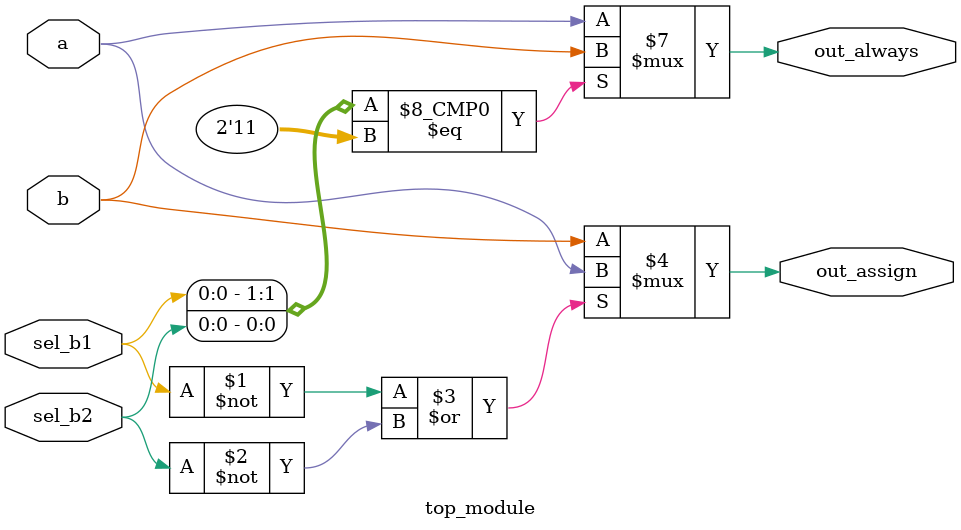
<source format=v>
module top_module(
    input a,
    input b,
    input sel_b1,
    input sel_b2,
    output wire out_assign,
    output reg out_always   ); 

    assign out_assign = (sel_b1==0 | sel_b2==0) ? a : b;
    always @(*) begin
        case ({sel_b1, sel_b2})
            2'b11: out_always = b;
            default: out_always = a;
        endcase
    end
endmodule
</source>
